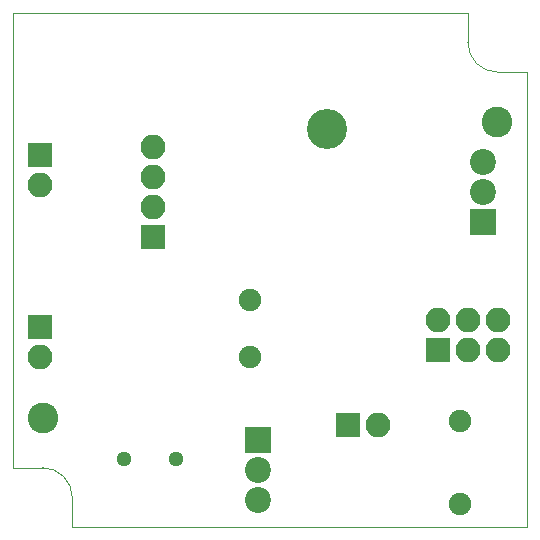
<source format=gbs>
G04 #@! TF.FileFunction,Soldermask,Bot*
%FSLAX46Y46*%
G04 Gerber Fmt 4.6, Leading zero omitted, Abs format (unit mm)*
G04 Created by KiCad (PCBNEW 4.0.6) date 04/17/17 12:50:54*
%MOMM*%
%LPD*%
G01*
G04 APERTURE LIST*
%ADD10C,0.100000*%
%ADD11C,0.050000*%
%ADD12C,2.600000*%
%ADD13C,1.299160*%
%ADD14R,2.100000X2.100000*%
%ADD15O,2.100000X2.100000*%
%ADD16R,2.200000X2.200000*%
%ADD17C,2.200000*%
%ADD18C,1.900000*%
%ADD19C,3.400000*%
G04 APERTURE END LIST*
D10*
D11*
X117000000Y-116000000D02*
X117000000Y-118500000D01*
X114500000Y-113500000D02*
X112000000Y-113500000D01*
X117000000Y-116000000D02*
G75*
G03X114500000Y-113500000I-2500000J0D01*
G01*
X150500000Y-77500000D02*
G75*
G03X153000000Y-80000000I2500000J0D01*
G01*
X153000000Y-80000000D02*
X155500000Y-80000000D01*
X150500000Y-75000000D02*
X150500000Y-77500000D01*
X112000000Y-75000000D02*
X150500000Y-75000000D01*
X112000000Y-113500000D02*
X112000000Y-75000000D01*
X155500000Y-118500000D02*
X117000000Y-118500000D01*
X155500000Y-80000000D02*
X155500000Y-118500000D01*
D12*
X114500000Y-109250000D03*
D13*
X121400360Y-112749100D03*
X125799640Y-112749100D03*
D14*
X147955000Y-103505000D03*
D15*
X147955000Y-100965000D03*
X150495000Y-103505000D03*
X150495000Y-100965000D03*
X153035000Y-103505000D03*
X153035000Y-100965000D03*
D16*
X132715000Y-111125000D03*
D17*
X132715000Y-113665000D03*
X132715000Y-116205000D03*
D14*
X123825000Y-93980000D03*
D15*
X123825000Y-91440000D03*
X123825000Y-88900000D03*
X123825000Y-86360000D03*
D14*
X140335000Y-109855000D03*
D15*
X142875000Y-109855000D03*
D14*
X114300000Y-86995000D03*
D15*
X114300000Y-89535000D03*
D14*
X114300000Y-101600000D03*
D15*
X114300000Y-104140000D03*
D18*
X149860000Y-116535000D03*
X149860000Y-109535000D03*
X132080000Y-104140000D03*
X132080000Y-99260000D03*
D16*
X151765000Y-92710000D03*
D17*
X151765000Y-90170000D03*
X151765000Y-87630000D03*
D12*
X153000000Y-84250000D03*
D19*
X138550000Y-84800000D03*
M02*

</source>
